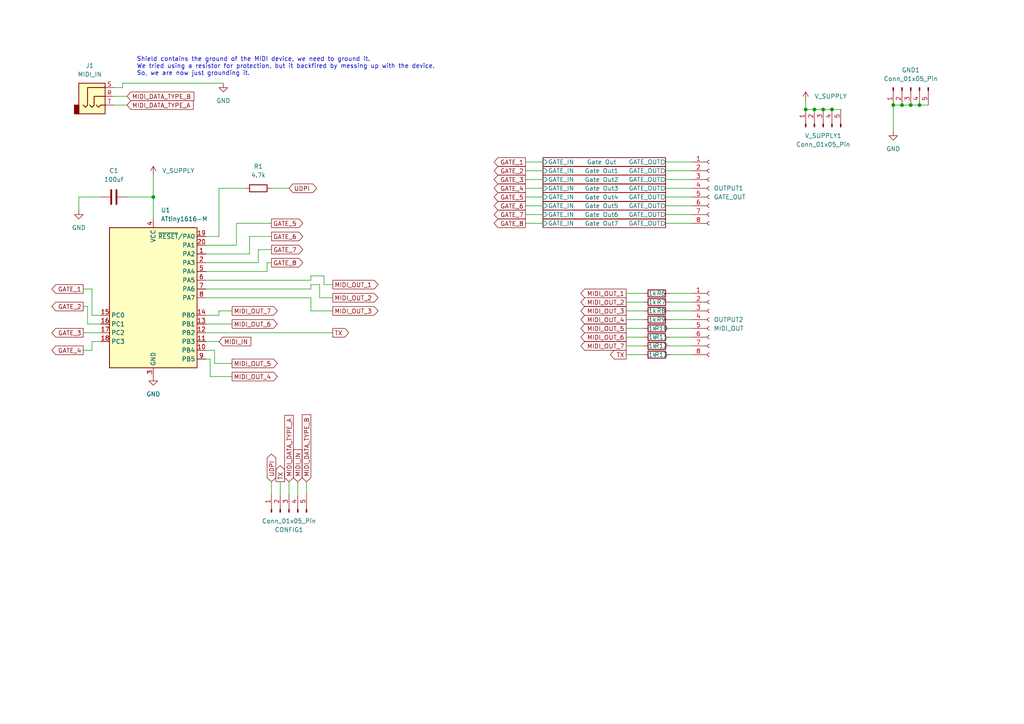
<source format=kicad_sch>
(kicad_sch (version 20231120) (generator "eeschema") (generator_version "8.0")
  (paper "A4")
  (lib_symbols
    (symbol "Connector:Conn_01x05_Pin" (pin_names (offset 1.016) hide)
      (property "Reference" "J" (at 0 7.62 0))
      (property "Value" "Conn_01x05_Pin" (at 0 -7.62 0))
      (symbol "Conn_01x05_Pin_1_1"
        (polyline (pts (xy 1.27 -5.08) (xy 0.8636 -5.08)) (stroke (width 0.1524)))
        (polyline (pts (xy 1.27 -2.54) (xy 0.8636 -2.54)) (stroke (width 0.1524)))
        (polyline (pts (xy 1.27 0) (xy 0.8636 0)) (stroke (width 0.1524)))
        (polyline (pts (xy 1.27 2.54) (xy 0.8636 2.54)) (stroke (width 0.1524)))
        (polyline (pts (xy 1.27 5.08) (xy 0.8636 5.08)) (stroke (width 0.1524)))
        (rectangle (start 0.8636 -4.953) (end 0 -5.207) (stroke (width 0.1524)) (fill (type outline)))
        (rectangle (start 0.8636 -2.413) (end 0 -2.667) (stroke (width 0.1524)) (fill (type outline)))
        (rectangle (start 0.8636 0.127) (end 0 -0.127) (stroke (width 0.1524)) (fill (type outline)))
        (rectangle (start 0.8636 2.667) (end 0 2.413) (stroke (width 0.1524)) (fill (type outline)))
        (rectangle (start 0.8636 5.207) (end 0 4.953) (stroke (width 0.1524)) (fill (type outline)))
        (pin passive line (at 5.08 5.08 180) (length 3.81) (name "Pin_1") (number "1"))
        (pin passive line (at 5.08 2.54 180) (length 3.81) (name "Pin_2") (number "2"))
        (pin passive line (at 5.08 0 180) (length 3.81) (name "Pin_3") (number "3"))
        (pin passive line (at 5.08 -2.54 180) (length 3.81) (name "Pin_4") (number "4"))
        (pin passive line (at 5.08 -5.08 180) (length 3.81) (name "Pin_5") (number "5"))
      )
    )
    (symbol "Connector:Conn_01x08_Socket" (pin_names (offset 1.016) hide)
      (property "Reference" "J" (at 0 10.16 0))
      (property "Value" "Conn_01x08_Socket" (at 0 -12.7 0))
      (symbol "Conn_01x08_Socket_1_1"
        (arc (start 0 -9.652) (mid -0.5058 -10.16) (end 0 -10.668) (stroke (width 0.1524)))
        (arc (start 0 -7.112) (mid -0.5058 -7.62) (end 0 -8.128) (stroke (width 0.1524)))
        (arc (start 0 -4.572) (mid -0.5058 -5.08) (end 0 -5.588) (stroke (width 0.1524)))
        (arc (start 0 -2.032) (mid -0.5058 -2.54) (end 0 -3.048) (stroke (width 0.1524)))
        (polyline (pts (xy -1.27 -10.16) (xy -0.508 -10.16)) (stroke (width 0.1524)))
        (polyline (pts (xy -1.27 -7.62) (xy -0.508 -7.62)) (stroke (width 0.1524)))
        (polyline (pts (xy -1.27 -5.08) (xy -0.508 -5.08)) (stroke (width 0.1524)))
        (polyline (pts (xy -1.27 -2.54) (xy -0.508 -2.54)) (stroke (width 0.1524)))
        (polyline (pts (xy -1.27 0) (xy -0.508 0)) (stroke (width 0.1524)))
        (polyline (pts (xy -1.27 2.54) (xy -0.508 2.54)) (stroke (width 0.1524)))
        (polyline (pts (xy -1.27 5.08) (xy -0.508 5.08)) (stroke (width 0.1524)))
        (polyline (pts (xy -1.27 7.62) (xy -0.508 7.62)) (stroke (width 0.1524)))
        (arc (start 0 0.508) (mid -0.5058 0) (end 0 -0.508) (stroke (width 0.1524)))
        (arc (start 0 3.048) (mid -0.5058 2.54) (end 0 2.032) (stroke (width 0.1524)))
        (arc (start 0 5.588) (mid -0.5058 5.08) (end 0 4.572) (stroke (width 0.1524)))
        (arc (start 0 8.128) (mid -0.5058 7.62) (end 0 7.112) (stroke (width 0.1524)))
        (pin passive line (at -5.08 7.62 0) (length 3.81) (name "Pin_1") (number "1"))
        (pin passive line (at -5.08 5.08 0) (length 3.81) (name "Pin_2") (number "2"))
        (pin passive line (at -5.08 2.54 0) (length 3.81) (name "Pin_3") (number "3"))
        (pin passive line (at -5.08 0 0) (length 3.81) (name "Pin_4") (number "4"))
        (pin passive line (at -5.08 -2.54 0) (length 3.81) (name "Pin_5") (number "5"))
        (pin passive line (at -5.08 -5.08 0) (length 3.81) (name "Pin_6") (number "6"))
        (pin passive line (at -5.08 -7.62 0) (length 3.81) (name "Pin_7") (number "7"))
        (pin passive line (at -5.08 -10.16 0) (length 3.81) (name "Pin_8") (number "8"))
      )
    )
    (symbol "Connector_Audio:AudioJack3"
      (property "Reference" "J" (at 0 8.89 0))
      (property "Value" "AudioJack3" (at 0 6.35 0))
      (symbol "AudioJack3_0_1"
        (rectangle (start -5.08 -5.08) (end -6.35 -2.54) (stroke (width 0.254)) (fill (type outline)))
        (polyline (pts (xy 0 -2.54) (xy 0.635 -3.175) (xy 1.27 -2.54) (xy 2.54 -2.54)) (stroke (width 0.254)))
        (polyline (pts (xy -1.905 -2.54) (xy -1.27 -3.175) (xy -0.635 -2.54) (xy -0.635 0) (xy 2.54 0)) (stroke (width 0.254)))
        (polyline (pts (xy 2.54 2.54) (xy -2.54 2.54) (xy -2.54 -2.54) (xy -3.175 -3.175) (xy -3.81 -2.54)) (stroke (width 0.254)))
        (rectangle (start 2.54 3.81) (end -5.08 -5.08) (stroke (width 0.254)) (fill (type background)))
      )
      (symbol "AudioJack3_1_1"
        (pin passive line (at 5.08 0 180) (length 2.54) (name "~") (number "R"))
        (pin passive line (at 5.08 2.54 180) (length 2.54) (name "~") (number "S"))
        (pin passive line (at 5.08 -2.54 180) (length 2.54) (name "~") (number "T"))
      )
    )
    (symbol "Device:C" (pin_numbers hide) (pin_names (offset 0.254))
      (property "Reference" "C" (at 0.635 2.54 0))
      (property "Value" "C" (at 0.635 -2.54 0))
      (symbol "C_0_1"
        (polyline (pts (xy -2.032 -0.762) (xy 2.032 -0.762)) (stroke (width 0.508)))
        (polyline (pts (xy -2.032 0.762) (xy 2.032 0.762)) (stroke (width 0.508)))
      )
      (symbol "C_1_1"
        (pin passive line (at 0 3.81 270) (length 2.794) (name "~") (number "1"))
        (pin passive line (at 0 -3.81 90) (length 2.794) (name "~") (number "2"))
      )
    )
    (symbol "Device:R" (pin_numbers hide) (pin_names (offset 0))
      (property "Reference" "R" (at 2.032 0 90))
      (property "Value" "R" (at 0 0 90))
      (symbol "R_0_1"
        (rectangle (start -1.016 -2.54) (end 1.016 2.54) (stroke (width 0.254)))
      )
      (symbol "R_1_1"
        (pin passive line (at 0 3.81 270) (length 1.27) (name "~") (number "1"))
        (pin passive line (at 0 -3.81 90) (length 1.27) (name "~") (number "2"))
      )
    )
    (symbol "MCU_Microchip_ATtiny:ATtiny1616-M"
      (property "Reference" "U" (at -12.7 21.59 0))
      (property "Value" "ATtiny1616-M" (at 2.54 -21.59 0))
      (symbol "ATtiny1616-M_0_1"
        (rectangle (start -12.7 -20.32) (end 12.7 20.32) (stroke (width 0.254)) (fill (type background)))
      )
      (symbol "ATtiny1616-M_1_1"
        (pin bidirectional line (at 15.24 12.7 180) (length 2.54) (name "PA2") (number "1"))
        (pin bidirectional line (at 15.24 -15.24 180) (length 2.54) (name "PB4") (number "10"))
        (pin bidirectional line (at 15.24 -12.7 180) (length 2.54) (name "PB3") (number "11"))
        (pin bidirectional line (at 15.24 -10.16 180) (length 2.54) (name "PB2") (number "12"))
        (pin bidirectional line (at 15.24 -7.62 180) (length 2.54) (name "PB1") (number "13"))
        (pin bidirectional line (at 15.24 -5.08 180) (length 2.54) (name "PB0") (number "14"))
        (pin bidirectional line (at -15.24 -5.08 0) (length 2.54) (name "PC0") (number "15"))
        (pin bidirectional line (at -15.24 -7.62 0) (length 2.54) (name "PC1") (number "16"))
        (pin bidirectional line (at -15.24 -10.16 0) (length 2.54) (name "PC2") (number "17"))
        (pin bidirectional line (at -15.24 -12.7 0) (length 2.54) (name "PC3") (number "18"))
        (pin bidirectional line (at 15.24 17.78 180) (length 2.54) (name "~{RESET}/PA0") (number "19"))
        (pin bidirectional line (at 15.24 10.16 180) (length 2.54) (name "PA3") (number "2"))
        (pin bidirectional line (at 15.24 15.24 180) (length 2.54) (name "PA1") (number "20"))
        (pin passive line (at 0 -22.86 90) (length 2.54) hide (name "GND") (number "21"))
        (pin power_in line (at 0 -22.86 90) (length 2.54) (name "GND") (number "3"))
        (pin power_in line (at 0 22.86 270) (length 2.54) (name "VCC") (number "4"))
        (pin bidirectional line (at 15.24 7.62 180) (length 2.54) (name "PA4") (number "5"))
        (pin bidirectional line (at 15.24 5.08 180) (length 2.54) (name "PA5") (number "6"))
        (pin bidirectional line (at 15.24 2.54 180) (length 2.54) (name "PA6") (number "7"))
        (pin bidirectional line (at 15.24 0 180) (length 2.54) (name "PA7") (number "8"))
        (pin bidirectional line (at 15.24 -17.78 180) (length 2.54) (name "PB5") (number "9"))
      )
    )
    (symbol "power:+5V" (power) (pin_numbers hide) (pin_names (offset 0) hide)
      (property "Value" "+5V" (at 0 3.556 0))
      (symbol "+5V_0_1"
        (polyline (pts (xy -0.762 1.27) (xy 0 2.54)))
        (polyline (pts (xy 0 0) (xy 0 2.54)))
        (polyline (pts (xy 0 2.54) (xy 0.762 1.27)))
      )
      (symbol "+5V_1_1"
        (pin power_in line (at 0 0 90) (length 0) (name "~") (number "1"))
      )
    )
    (symbol "power:GND" (power) (pin_numbers hide) (pin_names (offset 0) hide)
      (property "Value" "GND" (at 0 -3.81 0))
      (symbol "GND_0_1"
        (polyline (pts (xy 0 0) (xy 0 -1.27) (xy 1.27 -1.27) (xy 0 -2.54) (xy -1.27 -1.27) (xy 0 -1.27)))
      )
      (symbol "GND_1_1"
        (pin power_in line (at 0 0 270) (length 0) (name "~") (number "1"))
      )
    )
  )
  (junction (at 236.22 31.75))
  (junction (at 261.62 30.48))
  (junction (at 233.68 31.75))
  (junction (at 241.3 31.75))
  (junction (at 266.7 30.48))
  (junction (at 44.45 57.15))
  (junction (at 264.16 30.48))
  (junction (at 238.76 31.75))
  (junction (at 259.08 30.48))
  (wire (pts (xy 152.4 62.23) (xy 157.48 62.23)))
  (wire (pts (xy 62.23 105.41) (xy 62.23 101.6)))
  (wire (pts (xy 96.52 86.36) (xy 92.71 86.36)))
  (wire (pts (xy 36.83 57.15) (xy 44.45 57.15)))
  (wire (pts (xy 72.39 73.66) (xy 59.69 73.66)))
  (wire (pts (xy 68.58 64.77) (xy 78.74 64.77)))
  (wire (pts (xy 194.31 85.09) (xy 200.66 85.09)))
  (wire (pts (xy 194.31 97.79) (xy 200.66 97.79)))
  (wire (pts (xy 78.74 72.39) (xy 74.93 72.39)))
  (wire (pts (xy 67.31 109.22) (xy 60.96 109.22)))
  (wire (pts (xy 67.31 90.17) (xy 63.5 90.17)))
  (wire (pts (xy 90.17 83.82) (xy 59.69 83.82)))
  (wire (pts (xy 181.61 85.09) (xy 186.69 85.09)))
  (wire (pts (xy 181.61 102.87) (xy 186.69 102.87)))
  (wire (pts (xy 152.4 46.99) (xy 157.48 46.99)))
  (wire (pts (xy 194.31 90.17) (xy 200.66 90.17)))
  (wire (pts (xy 35.56 25.4) (xy 35.56 24.13)))
  (wire (pts (xy 63.5 68.58) (xy 59.69 68.58)))
  (wire (pts (xy 78.74 139.7) (xy 78.74 143.51)))
  (wire (pts (xy 25.4 93.98) (xy 25.4 88.9)))
  (wire (pts (xy 77.47 78.74) (xy 59.69 78.74)))
  (wire (pts (xy 59.69 71.12) (xy 68.58 71.12)))
  (wire (pts (xy 241.3 31.75) (xy 243.84 31.75)))
  (wire (pts (xy 181.61 97.79) (xy 186.69 97.79)))
  (wire (pts (xy 194.31 95.25) (xy 200.66 95.25)))
  (wire (pts (xy 59.69 96.52) (xy 96.52 96.52)))
  (wire (pts (xy 93.98 80.01) (xy 93.98 82.55)))
  (wire (pts (xy 233.68 31.75) (xy 236.22 31.75)))
  (wire (pts (xy 60.96 109.22) (xy 60.96 104.14)))
  (wire (pts (xy 62.23 101.6) (xy 59.69 101.6)))
  (wire (pts (xy 266.7 30.48) (xy 269.24 30.48)))
  (wire (pts (xy 152.4 54.61) (xy 157.48 54.61)))
  (wire (pts (xy 193.04 64.77) (xy 200.66 64.77)))
  (wire (pts (xy 194.31 102.87) (xy 200.66 102.87)))
  (wire (pts (xy 81.28 139.7) (xy 81.28 143.51)))
  (wire (pts (xy 33.02 27.94) (xy 36.83 27.94)))
  (wire (pts (xy 90.17 86.36) (xy 59.69 86.36)))
  (wire (pts (xy 238.76 31.75) (xy 241.3 31.75)))
  (wire (pts (xy 22.86 57.15) (xy 22.86 60.96)))
  (wire (pts (xy 90.17 81.28) (xy 59.69 81.28)))
  (wire (pts (xy 259.08 30.48) (xy 261.62 30.48)))
  (wire (pts (xy 93.98 82.55) (xy 96.52 82.55)))
  (wire (pts (xy 67.31 105.41) (xy 62.23 105.41)))
  (wire (pts (xy 86.36 139.7) (xy 86.36 143.51)))
  (wire (pts (xy 259.08 30.48) (xy 259.08 38.1)))
  (wire (pts (xy 90.17 82.55) (xy 90.17 83.82)))
  (wire (pts (xy 77.47 76.2) (xy 78.74 76.2)))
  (wire (pts (xy 92.71 82.55) (xy 90.17 82.55)))
  (wire (pts (xy 233.68 31.75) (xy 233.68 29.21)))
  (wire (pts (xy 44.45 50.8) (xy 44.45 57.15)))
  (wire (pts (xy 33.02 30.48) (xy 36.83 30.48)))
  (wire (pts (xy 83.82 139.7) (xy 83.82 143.51)))
  (wire (pts (xy 181.61 90.17) (xy 186.69 90.17)))
  (wire (pts (xy 74.93 76.2) (xy 59.69 76.2)))
  (wire (pts (xy 194.31 87.63) (xy 200.66 87.63)))
  (wire (pts (xy 63.5 90.17) (xy 63.5 91.44)))
  (wire (pts (xy 152.4 57.15) (xy 157.48 57.15)))
  (wire (pts (xy 193.04 46.99) (xy 200.66 46.99)))
  (wire (pts (xy 68.58 71.12) (xy 68.58 64.77)))
  (wire (pts (xy 264.16 30.48) (xy 266.7 30.48)))
  (wire (pts (xy 152.4 49.53) (xy 157.48 49.53)))
  (wire (pts (xy 181.61 95.25) (xy 186.69 95.25)))
  (wire (pts (xy 152.4 52.07) (xy 157.48 52.07)))
  (wire (pts (xy 26.67 91.44) (xy 29.21 91.44)))
  (wire (pts (xy 29.21 57.15) (xy 22.86 57.15)))
  (wire (pts (xy 193.04 59.69) (xy 200.66 59.69)))
  (wire (pts (xy 193.04 54.61) (xy 200.66 54.61)))
  (wire (pts (xy 59.69 99.06) (xy 63.5 99.06)))
  (wire (pts (xy 78.74 54.61) (xy 83.82 54.61)))
  (wire (pts (xy 194.31 100.33) (xy 200.66 100.33)))
  (wire (pts (xy 194.31 92.71) (xy 200.66 92.71)))
  (wire (pts (xy 90.17 86.36) (xy 90.17 90.17)))
  (wire (pts (xy 90.17 80.01) (xy 90.17 81.28)))
  (wire (pts (xy 63.5 91.44) (xy 59.69 91.44)))
  (wire (pts (xy 63.5 54.61) (xy 63.5 68.58)))
  (wire (pts (xy 35.56 24.13) (xy 64.77 24.13)))
  (wire (pts (xy 236.22 31.75) (xy 238.76 31.75)))
  (wire (pts (xy 78.74 68.58) (xy 72.39 68.58)))
  (wire (pts (xy 26.67 101.6) (xy 26.67 99.06)))
  (wire (pts (xy 25.4 93.98) (xy 29.21 93.98)))
  (wire (pts (xy 193.04 57.15) (xy 200.66 57.15)))
  (wire (pts (xy 60.96 104.14) (xy 59.69 104.14)))
  (wire (pts (xy 24.13 96.52) (xy 29.21 96.52)))
  (wire (pts (xy 77.47 76.2) (xy 77.47 78.74)))
  (wire (pts (xy 24.13 101.6) (xy 26.67 101.6)))
  (wire (pts (xy 63.5 54.61) (xy 71.12 54.61)))
  (wire (pts (xy 25.4 88.9) (xy 24.13 88.9)))
  (wire (pts (xy 181.61 87.63) (xy 186.69 87.63)))
  (wire (pts (xy 90.17 90.17) (xy 96.52 90.17)))
  (wire (pts (xy 193.04 62.23) (xy 200.66 62.23)))
  (wire (pts (xy 26.67 99.06) (xy 29.21 99.06)))
  (wire (pts (xy 181.61 92.71) (xy 186.69 92.71)))
  (wire (pts (xy 92.71 86.36) (xy 92.71 82.55)))
  (wire (pts (xy 193.04 49.53) (xy 200.66 49.53)))
  (wire (pts (xy 152.4 59.69) (xy 157.48 59.69)))
  (wire (pts (xy 33.02 25.4) (xy 35.56 25.4)))
  (wire (pts (xy 74.93 72.39) (xy 74.93 76.2)))
  (wire (pts (xy 88.9 139.7) (xy 88.9 143.51)))
  (wire (pts (xy 72.39 68.58) (xy 72.39 73.66)))
  (wire (pts (xy 193.04 52.07) (xy 200.66 52.07)))
  (wire (pts (xy 26.67 83.82) (xy 24.13 83.82)))
  (wire (pts (xy 44.45 57.15) (xy 44.45 63.5)))
  (wire (pts (xy 59.69 93.98) (xy 67.31 93.98)))
  (wire (pts (xy 26.67 83.82) (xy 26.67 91.44)))
  (wire (pts (xy 93.98 80.01) (xy 90.17 80.01)))
  (wire (pts (xy 261.62 30.48) (xy 264.16 30.48)))
  (wire (pts (xy 152.4 64.77) (xy 157.48 64.77)))
  (wire (pts (xy 181.61 100.33) (xy 186.69 100.33)))
  (text "Shield contains the ground of the MIDI device, we need to ground it.\nWe tried using a resistor for protection, but it backfired by messing up with the device.\nSo, we are now just grounding it." (at 39.624 19.304 0) (effects (font (size 1.27 1.27)) (justify left)))
  (global_label "MIDI_DATA_TYPE_B" (shape input) (at 36.83 27.94 0) (property "Intersheetrefs" "${INTERSHEET_REFS}" (effects (hide yes))))
  (global_label "GATE_2" (shape output) (at 24.13 88.9 180) (property "Intersheetrefs" "${INTERSHEET_REFS}" (effects (hide yes))))
  (global_label "GATE_5" (shape output) (at 152.4 57.15 180) (property "Intersheetrefs" "${INTERSHEET_REFS}" (effects (hide yes))))
  (global_label "GATE_4" (shape output) (at 24.13 101.6 180) (property "Intersheetrefs" "${INTERSHEET_REFS}" (effects (hide yes))))
  (global_label "GATE_7" (shape output) (at 78.74 72.39 0) (property "Intersheetrefs" "${INTERSHEET_REFS}" (effects (hide yes))))
  (global_label "MIDI_OUT_5" (shape output) (at 181.61 95.25 180) (property "Intersheetrefs" "${INTERSHEET_REFS}" (effects (hide yes))))
  (global_label "MIDI_OUT_2" (shape output) (at 96.52 86.36 0) (property "Intersheetrefs" "${INTERSHEET_REFS}" (effects (hide yes))))
  (global_label "TX" (shape output) (at 96.52 96.52 0) (property "Intersheetrefs" "${INTERSHEET_REFS}" (effects (hide yes))))
  (global_label "MIDI_OUT_1" (shape output) (at 181.61 85.09 180) (property "Intersheetrefs" "${INTERSHEET_REFS}" (effects (hide yes))))
  (global_label "MIDI_OUT_1" (shape output) (at 96.52 82.55 0) (property "Intersheetrefs" "${INTERSHEET_REFS}" (effects (hide yes))))
  (global_label "GATE_1" (shape output) (at 152.4 46.99 180) (property "Intersheetrefs" "${INTERSHEET_REFS}" (effects (hide yes))))
  (global_label "GATE_3" (shape output) (at 152.4 52.07 180) (property "Intersheetrefs" "${INTERSHEET_REFS}" (effects (hide yes))))
  (global_label "GATE_1" (shape output) (at 24.13 83.82 180) (property "Intersheetrefs" "${INTERSHEET_REFS}" (effects (hide yes))))
  (global_label "MIDI_OUT_4" (shape output) (at 181.61 92.71 180) (property "Intersheetrefs" "${INTERSHEET_REFS}" (effects (hide yes))))
  (global_label "MIDI_OUT_7" (shape output) (at 67.31 90.17 0) (property "Intersheetrefs" "${INTERSHEET_REFS}" (effects (hide yes))))
  (global_label "GATE_4" (shape output) (at 152.4 54.61 180) (property "Intersheetrefs" "${INTERSHEET_REFS}" (effects (hide yes))))
  (global_label "MIDI_DATA_TYPE_A" (shape input) (at 36.83 30.48 0) (property "Intersheetrefs" "${INTERSHEET_REFS}" (effects (hide yes))))
  (global_label "MIDI_IN" (shape input) (at 86.36 139.7 90) (property "Intersheetrefs" "${INTERSHEET_REFS}" (effects (hide yes))))
  (global_label "GATE_8" (shape output) (at 78.74 76.2 0) (property "Intersheetrefs" "${INTERSHEET_REFS}" (effects (hide yes))))
  (global_label "MIDI_OUT_4" (shape output) (at 67.31 109.22 0) (property "Intersheetrefs" "${INTERSHEET_REFS}" (effects (hide yes))))
  (global_label "TX" (shape output) (at 181.61 102.87 180) (property "Intersheetrefs" "${INTERSHEET_REFS}" (effects (hide yes))))
  (global_label "MIDI_OUT_7" (shape output) (at 181.61 100.33 180) (property "Intersheetrefs" "${INTERSHEET_REFS}" (effects (hide yes))))
  (global_label "MIDI_IN" (shape input) (at 63.5 99.06 0) (property "Intersheetrefs" "${INTERSHEET_REFS}" (effects (hide yes))))
  (global_label "MIDI_OUT_3" (shape output) (at 96.52 90.17 0) (property "Intersheetrefs" "${INTERSHEET_REFS}" (effects (hide yes))))
  (global_label "MIDI_OUT_5" (shape output) (at 67.31 105.41 0) (property "Intersheetrefs" "${INTERSHEET_REFS}" (effects (hide yes))))
  (global_label "GATE_8" (shape output) (at 152.4 64.77 180) (property "Intersheetrefs" "${INTERSHEET_REFS}" (effects (hide yes))))
  (global_label "GATE_7" (shape output) (at 152.4 62.23 180) (property "Intersheetrefs" "${INTERSHEET_REFS}" (effects (hide yes))))
  (global_label "GATE_3" (shape output) (at 24.13 96.52 180) (property "Intersheetrefs" "${INTERSHEET_REFS}" (effects (hide yes))))
  (global_label "GATE_6" (shape output) (at 78.74 68.58 0) (property "Intersheetrefs" "${INTERSHEET_REFS}" (effects (hide yes))))
  (global_label "MIDI_OUT_3" (shape output) (at 181.61 90.17 180) (property "Intersheetrefs" "${INTERSHEET_REFS}" (effects (hide yes))))
  (global_label "MIDI_OUT_6" (shape output) (at 67.31 93.98 0) (property "Intersheetrefs" "${INTERSHEET_REFS}" (effects (hide yes))))
  (global_label "GATE_2" (shape output) (at 152.4 49.53 180) (property "Intersheetrefs" "${INTERSHEET_REFS}" (effects (hide yes))))
  (global_label "MIDI_OUT_2" (shape output) (at 181.61 87.63 180) (property "Intersheetrefs" "${INTERSHEET_REFS}" (effects (hide yes))))
  (global_label "GATE_6" (shape output) (at 152.4 59.69 180) (property "Intersheetrefs" "${INTERSHEET_REFS}" (effects (hide yes))))
  (global_label "MIDI_DATA_TYPE_A" (shape input) (at 83.82 139.7 90) (property "Intersheetrefs" "${INTERSHEET_REFS}" (effects (hide yes))))
  (global_label "UDPI" (shape bidirectional) (at 78.74 139.7 90) (property "Intersheetrefs" "${INTERSHEET_REFS}" (effects (hide yes))))
  (global_label "TX" (shape output) (at 81.28 139.7 90) (property "Intersheetrefs" "${INTERSHEET_REFS}" (effects (hide yes))))
  (global_label "UDPI" (shape bidirectional) (at 83.82 54.61 0) (property "Intersheetrefs" "${INTERSHEET_REFS}" (effects (hide yes))))
  (global_label "MIDI_DATA_TYPE_B" (shape input) (at 88.9 139.7 90) (property "Intersheetrefs" "${INTERSHEET_REFS}" (effects (hide yes))))
  (global_label "MIDI_OUT_6" (shape output) (at 181.61 97.79 180) (property "Intersheetrefs" "${INTERSHEET_REFS}" (effects (hide yes))))
  (global_label "GATE_5" (shape output) (at 78.74 64.77 0) (property "Intersheetrefs" "${INTERSHEET_REFS}" (effects (hide yes))))
  (symbol (lib_id "Connector:Conn_01x08_Socket") (at 205.74 92.71 0) (unit 1)
    (property "Reference" "OUTPUT2" (at 207.01 92.7099 0) (effects (justify left)))
    (property "Value" "MIDI_OUT" (at 207.01 95.2499 0) (effects (justify left)))
    (property "Footprint" "Connector_PinSocket_2.54mm:PinSocket_1x08_P2.54mm_Vertical" (effects (hide yes)))
    (property "Description" "Generic connector, single row, 01x08, script generated" (effects (hide yes)))
  )
  (symbol (lib_id "Connector:Conn_01x05_Pin") (at 238.76 36.83 90) (unit 1) (exclude_from_sim yes)
    (property "Reference" "V_SUPPLY1" (at 238.76 39.37 90))
    (property "Value" "Conn_01x05_Pin" (at 238.76 41.91 90))
    (property "Footprint" "BreadModular_MISC:Power_Connector" (effects (hide yes)))
    (property "Description" "Generic connector, single row, 01x05, script generated" (effects (hide yes)))
  )
  (symbol (lib_id "MCU_Microchip_ATtiny:ATtiny1616-M") (at 44.45 86.36 0) (unit 1)
    (property "Reference" "U1" (at 46.6441 60.96 0) (effects (justify left)))
    (property "Value" "ATtiny1616-M" (at 46.6441 63.5 0) (effects (justify left)))
    (property "Footprint" "Package_DFN_QFN:VQFN-20-1EP_3x3mm_P0.4mm_EP1.7x1.7mm" (effects (hide yes)))
    (property "Datasheet" "http://ww1.microchip.com/downloads/en/DeviceDoc/ATtiny3216_ATtiny1616-data-sheet-40001997B.pdf" (effects (hide yes)))
    (property "Description" "20MHz, 16kB Flash, 2kB SRAM, 256B EEPROM, VQFN-20" (effects (hide yes)))
  )
  (symbol (lib_id "Device:R") (at 190.5 95.25 90) (unit 1)
    (property "Reference" "R10" (at 191.77 95.25 90))
    (property "Value" "1k" (at 189.23 95.25 90))
    (property "Footprint" "Resistor_SMD:R_0402_1005Metric" (effects (hide yes)))
    (property "Description" "Resistor" (effects (hide yes)))
  )
  (symbol (lib_id "power:GND") (at 22.86 60.96 0) (unit 1)
    (property "Reference" "#PWR04" (effects (hide yes)))
    (property "Value" "GND" (at 22.86 66.04 0))
    (property "Description" "Power symbol creates a global label with name \"GND\" , ground" (effects (hide yes)))
  )
  (symbol (lib_id "Device:R") (at 190.5 85.09 90) (unit 1)
    (property "Reference" "R6" (at 191.77 85.09 90))
    (property "Value" "1k" (at 189.23 85.09 90))
    (property "Footprint" "Resistor_SMD:R_0402_1005Metric" (effects (hide yes)))
    (property "Description" "Resistor" (effects (hide yes)))
  )
  (symbol (lib_id "Connector_Audio:AudioJack3") (at 27.94 27.94 0) (unit 1)
    (property "Reference" "J1" (at 26.035 19.05 0))
    (property "Value" "MIDI_IN" (at 26.035 21.59 0))
    (property "Footprint" "BreadModular_AudioJacks:Jack_3.5mm_QingPu_WQP-PJ366ST_Vertical" (effects (hide yes)))
    (property "Description" "Audio Jack, 3 Poles (Stereo / TRS)" (effects (hide yes)))
  )
  (symbol (lib_id "power:GND") (at 64.77 24.13 0) (unit 1)
    (property "Reference" "#PWR05" (effects (hide yes)))
    (property "Value" "GND" (at 64.77 29.21 0))
    (property "Description" "Power symbol creates a global label with name \"GND\" , ground" (effects (hide yes)))
  )
  (symbol (lib_id "power:+5V") (at 233.68 29.21 0) (unit 1)
    (property "Reference" "#PWR01" (effects (hide yes)))
    (property "Value" "V_SUPPLY" (at 236.22 27.9399 0) (effects (justify left)))
    (property "Description" "Power symbol creates a global label with name \"+5V\"" (effects (hide yes)))
  )
  (symbol (lib_id "power:GND") (at 259.08 38.1 0) (unit 1)
    (property "Reference" "#PWR02" (effects (hide yes)))
    (property "Value" "GND" (at 259.08 43.18 0))
    (property "Description" "Power symbol creates a global label with name \"GND\" , ground" (effects (hide yes)))
  )
  (symbol (lib_id "power:GND") (at 44.45 109.22 0) (unit 1)
    (property "Reference" "#PWR07" (effects (hide yes)))
    (property "Value" "GND" (at 44.45 114.3 0))
    (property "Description" "Power symbol creates a global label with name \"GND\" , ground" (effects (hide yes)))
  )
  (symbol (lib_id "Connector:Conn_01x08_Socket") (at 205.74 54.61 0) (unit 1)
    (property "Reference" "OUTPUT1" (at 207.01 54.6099 0) (effects (justify left)))
    (property "Value" "GATE_OUT" (at 207.01 57.1499 0) (effects (justify left)))
    (property "Footprint" "Connector_PinSocket_2.54mm:PinSocket_1x08_P2.54mm_Vertical" (effects (hide yes)))
    (property "Description" "Generic connector, single row, 01x08, script generated" (effects (hide yes)))
  )
  (symbol (lib_id "Connector:Conn_01x05_Pin") (at 83.82 148.59 90) (unit 1)
    (property "Reference" "CONFIG1" (at 83.82 153.67 90))
    (property "Value" "Conn_01x05_Pin" (at 83.82 151.13 90))
    (property "Footprint" "BreadModular_MISC:Power_Connector" (effects (hide yes)))
    (property "Description" "Generic connector, single row, 01x05, script generated" (effects (hide yes)))
  )
  (symbol (lib_id "Device:R") (at 190.5 102.87 90) (unit 1)
    (property "Reference" "R13" (at 191.77 102.87 90))
    (property "Value" "1k" (at 189.23 102.87 90))
    (property "Footprint" "Resistor_SMD:R_0402_1005Metric" (effects (hide yes)))
    (property "Description" "Resistor" (effects (hide yes)))
  )
  (symbol (lib_id "Device:C") (at 33.02 57.15 90) (unit 1)
    (property "Reference" "C1" (at 33.02 49.53 90))
    (property "Value" "100uf" (at 33.02 52.07 90))
    (property "Footprint" "Capacitor_SMD:C_1206_3216Metric" (effects (hide yes)))
    (property "Description" "Unpolarized capacitor" (effects (hide yes)))
  )
  (symbol (lib_id "power:+5V") (at 44.45 50.8 0) (unit 1)
    (property "Reference" "#PWR03" (effects (hide yes)))
    (property "Value" "V_SUPPLY" (at 46.99 49.5299 0) (effects (justify left)))
    (property "Description" "Power symbol creates a global label with name \"+5V\"" (effects (hide yes)))
  )
  (symbol (lib_id "Device:R") (at 74.93 54.61 90) (unit 1)
    (property "Reference" "R1" (at 74.93 48.26 90))
    (property "Value" "4.7k" (at 74.93 50.8 90))
    (property "Footprint" "Resistor_SMD:R_0402_1005Metric" (effects (hide yes)))
    (property "Description" "Resistor" (effects (hide yes)))
  )
  (symbol (lib_id "Device:R") (at 190.5 90.17 90) (unit 1)
    (property "Reference" "R8" (at 191.77 90.17 90))
    (property "Value" "1k" (at 189.23 90.17 90))
    (property "Footprint" "Resistor_SMD:R_0402_1005Metric" (effects (hide yes)))
    (property "Description" "Resistor" (effects (hide yes)))
  )
  (symbol (lib_id "Device:R") (at 190.5 87.63 90) (unit 1)
    (property "Reference" "R7" (at 191.77 87.63 90))
    (property "Value" "1k" (at 189.23 87.63 90))
    (property "Footprint" "Resistor_SMD:R_0402_1005Metric" (effects (hide yes)))
    (property "Description" "Resistor" (effects (hide yes)))
  )
  (symbol (lib_id "Device:R") (at 190.5 92.71 90) (unit 1)
    (property "Reference" "R9" (at 191.77 92.71 90))
    (property "Value" "1k" (at 189.23 92.71 90))
    (property "Footprint" "Resistor_SMD:R_0402_1005Metric" (effects (hide yes)))
    (property "Description" "Resistor" (effects (hide yes)))
  )
  (symbol (lib_id "Device:R") (at 190.5 97.79 90) (unit 1)
    (property "Reference" "R11" (at 191.77 97.79 90))
    (property "Value" "1k" (at 189.23 97.79 90))
    (property "Footprint" "Resistor_SMD:R_0402_1005Metric" (effects (hide yes)))
    (property "Description" "Resistor" (effects (hide yes)))
  )
  (symbol (lib_id "Device:R") (at 190.5 100.33 90) (unit 1)
    (property "Reference" "R12" (at 191.77 100.33 90))
    (property "Value" "1k" (at 189.23 100.33 90))
    (property "Footprint" "Resistor_SMD:R_0402_1005Metric" (effects (hide yes)))
    (property "Description" "Resistor" (effects (hide yes)))
  )
  (symbol (lib_id "Connector:Conn_01x05_Pin") (at 264.16 25.4 90) (mirror x) (unit 1) (exclude_from_sim yes)
    (property "Reference" "GND1" (at 264.16 20.32 90))
    (property "Value" "Conn_01x05_Pin" (at 264.16 22.86 90))
    (property "Footprint" "BreadModular_MISC:Power_Connector" (effects (hide yes)))
    (property "Description" "Generic connector, single row, 01x05, script generated" (effects (hide yes)))
  )
  (sheet (at 157.48 58.42) (size 35.56 2.54) (stroke (width 0.1524))
    (property "Sheetname" "Gate Out5" (at 174.498 60.452 0) (effects (justify bottom)))
    (property "Sheetfile" "gate_out.kicad_sch" (effects (hide yes)))
    (pin "GATE_OUT" output (at 193.04 59.69 0))
    (pin "GATE_IN" input (at 157.48 59.69 180))
  )
  (sheet (at 157.48 50.8) (size 35.56 2.54) (stroke (width 0.1524))
    (property "Sheetname" "Gate Out2" (at 174.498 52.832 0) (effects (justify bottom)))
    (property "Sheetfile" "gate_out.kicad_sch" (effects (hide yes)))
    (pin "GATE_OUT" output (at 193.04 52.07 0))
    (pin "GATE_IN" input (at 157.48 52.07 180))
  )
  (sheet (at 157.48 63.5) (size 35.56 2.54) (stroke (width 0.1524))
    (property "Sheetname" "Gate Out7" (at 174.498 65.532 0) (effects (justify bottom)))
    (property "Sheetfile" "gate_out.kicad_sch" (effects (hide yes)))
    (pin "GATE_OUT" output (at 193.04 64.77 0))
    (pin "GATE_IN" input (at 157.48 64.77 180))
  )
  (sheet (at 157.48 45.72) (size 35.56 2.54) (stroke (width 0.1524))
    (property "Sheetname" "Gate Out" (at 174.498 47.752 0) (effects (justify bottom)))
    (property "Sheetfile" "gate_out.kicad_sch" (effects (hide yes)))
    (pin "GATE_OUT" output (at 193.04 46.99 0))
    (pin "GATE_IN" input (at 157.48 46.99 180))
  )
  (sheet (at 157.48 53.34) (size 35.56 2.54) (stroke (width 0.1524))
    (property "Sheetname" "Gate Out3" (at 174.498 55.372 0) (effects (justify bottom)))
    (property "Sheetfile" "gate_out.kicad_sch" (effects (hide yes)))
    (pin "GATE_OUT" output (at 193.04 54.61 0))
    (pin "GATE_IN" input (at 157.48 54.61 180))
  )
  (sheet (at 157.48 55.88) (size 35.56 2.54) (stroke (width 0.1524))
    (property "Sheetname" "Gate Out4" (at 174.498 57.912 0) (effects (justify bottom)))
    (property "Sheetfile" "gate_out.kicad_sch" (effects (hide yes)))
    (pin "GATE_OUT" output (at 193.04 57.15 0))
    (pin "GATE_IN" input (at 157.48 57.15 180))
  )
  (sheet (at 157.48 48.26) (size 35.56 2.54) (stroke (width 0.1524))
    (property "Sheetname" "Gate Out1" (at 174.498 50.292 0) (effects (justify bottom)))
    (property "Sheetfile" "gate_out.kicad_sch" (effects (hide yes)))
    (pin "GATE_OUT" output (at 193.04 49.53 0))
    (pin "GATE_IN" input (at 157.48 49.53 180))
  )
  (sheet (at 157.48 60.96) (size 35.56 2.54) (stroke (width 0.1524))
    (property "Sheetname" "Gate Out6" (at 174.498 62.992 0) (effects (justify bottom)))
    (property "Sheetfile" "gate_out.kicad_sch" (effects (hide yes)))
    (pin "GATE_OUT" output (at 193.04 62.23 0))
    (pin "GATE_IN" input (at 157.48 62.23 180))
  )
)
</source>
